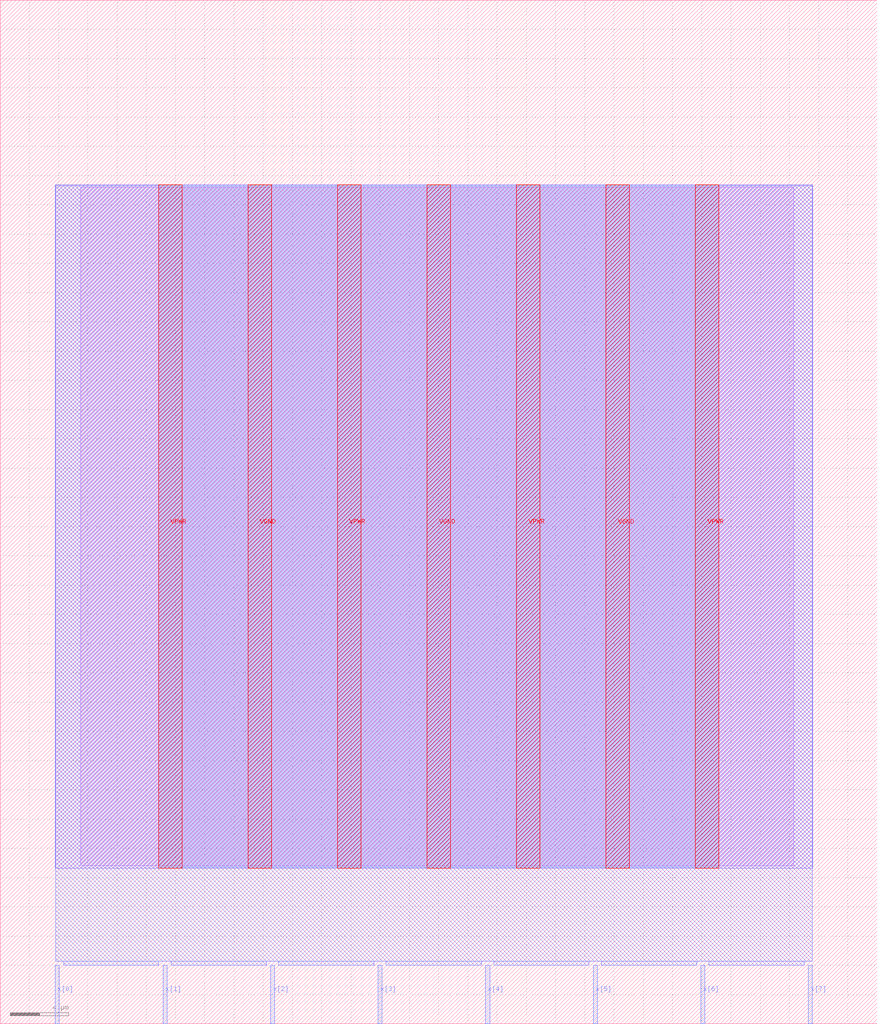
<source format=lef>
VERSION 5.7 ;
  NOWIREEXTENSIONATPIN ON ;
  DIVIDERCHAR "/" ;
  BUSBITCHARS "[]" ;
MACRO tie_array
  CLASS BLOCK ;
  FOREIGN tie_array ;
  ORIGIN 0.000 0.000 ;
  SIZE 60.000 BY 70.000 ;
  PIN VGND
    DIRECTION INOUT ;
    USE GROUND ;
    PORT
      LAYER met4 ;
        RECT 16.960 10.640 18.560 57.360 ;
    END
    PORT
      LAYER met4 ;
        RECT 29.200 10.640 30.800 57.360 ;
    END
    PORT
      LAYER met4 ;
        RECT 41.440 10.640 43.040 57.360 ;
    END
  END VGND
  PIN VPWR
    DIRECTION INOUT ;
    USE POWER ;
    PORT
      LAYER met4 ;
        RECT 10.840 10.640 12.440 57.360 ;
    END
    PORT
      LAYER met4 ;
        RECT 23.080 10.640 24.680 57.360 ;
    END
    PORT
      LAYER met4 ;
        RECT 35.320 10.640 36.920 57.360 ;
    END
    PORT
      LAYER met4 ;
        RECT 47.560 10.640 49.160 57.360 ;
    END
  END VPWR
  PIN x[0]
    DIRECTION OUTPUT TRISTATE ;
    USE SIGNAL ;
    PORT
      LAYER met2 ;
        RECT 3.770 0.000 4.050 4.000 ;
    END
  END x[0]
  PIN x[1]
    DIRECTION OUTPUT TRISTATE ;
    USE SIGNAL ;
    PORT
      LAYER met2 ;
        RECT 11.130 0.000 11.410 4.000 ;
    END
  END x[1]
  PIN x[2]
    DIRECTION OUTPUT TRISTATE ;
    USE SIGNAL ;
    PORT
      LAYER met2 ;
        RECT 18.490 0.000 18.770 4.000 ;
    END
  END x[2]
  PIN x[3]
    DIRECTION OUTPUT TRISTATE ;
    USE SIGNAL ;
    PORT
      LAYER met2 ;
        RECT 25.850 0.000 26.130 4.000 ;
    END
  END x[3]
  PIN x[4]
    DIRECTION OUTPUT TRISTATE ;
    USE SIGNAL ;
    PORT
      LAYER met2 ;
        RECT 33.210 0.000 33.490 4.000 ;
    END
  END x[4]
  PIN x[5]
    DIRECTION OUTPUT TRISTATE ;
    USE SIGNAL ;
    PORT
      LAYER met2 ;
        RECT 40.570 0.000 40.850 4.000 ;
    END
  END x[5]
  PIN x[6]
    DIRECTION OUTPUT TRISTATE ;
    USE SIGNAL ;
    PORT
      LAYER met2 ;
        RECT 47.930 0.000 48.210 4.000 ;
    END
  END x[6]
  PIN x[7]
    DIRECTION OUTPUT TRISTATE ;
    USE SIGNAL ;
    PORT
      LAYER met2 ;
        RECT 55.290 0.000 55.570 4.000 ;
    END
  END x[7]
  OBS
      LAYER li1 ;
        RECT 5.520 10.795 54.280 57.205 ;
      LAYER met1 ;
        RECT 3.750 10.640 55.590 57.360 ;
      LAYER met2 ;
        RECT 3.780 4.280 55.560 57.305 ;
        RECT 4.330 4.000 10.850 4.280 ;
        RECT 11.690 4.000 18.210 4.280 ;
        RECT 19.050 4.000 25.570 4.280 ;
        RECT 26.410 4.000 32.930 4.280 ;
        RECT 33.770 4.000 40.290 4.280 ;
        RECT 41.130 4.000 47.650 4.280 ;
        RECT 48.490 4.000 55.010 4.280 ;
      LAYER met3 ;
        RECT 10.850 10.715 49.150 57.285 ;
  END
END tie_array
END LIBRARY


</source>
